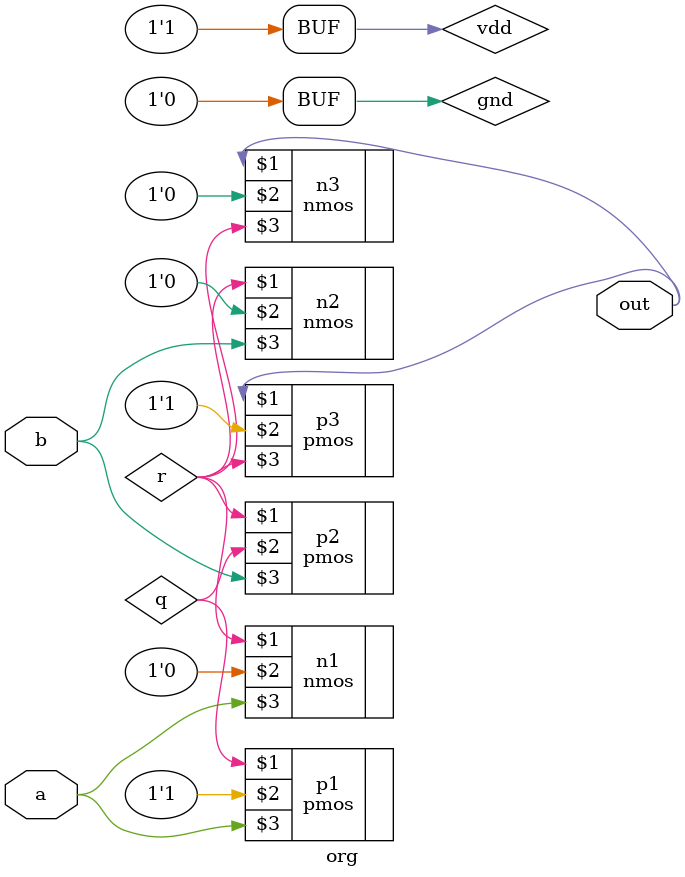
<source format=v>
`timescale 1ns / 1ps


module org(out, a, b);
input a,b;
output out;
wire vdd, gnd;
wire q, r;
assign vdd = 1'b1;
assign gnd = 1'b0;
pmos p1(q,vdd,a);
pmos p2(r,q,b);
pmos p3(out,vdd,r);
nmos n1(r,gnd,a);
nmos n2(r,gnd,b);
nmos n3(out,gnd,r);
endmodule

</source>
